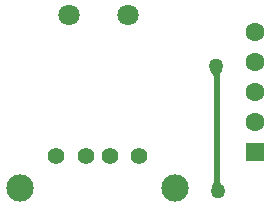
<source format=gbl>
G04*
G04 #@! TF.GenerationSoftware,Altium Limited,Altium Designer,22.1.2 (22)*
G04*
G04 Layer_Physical_Order=2*
G04 Layer_Color=16711680*
%FSLAX25Y25*%
%MOIN*%
G70*
G04*
G04 #@! TF.SameCoordinates,7045D635-A460-453C-9C4B-A6245008308B*
G04*
G04*
G04 #@! TF.FilePolarity,Positive*
G04*
G01*
G75*
%ADD10C,0.02000*%
%ADD17C,0.07100*%
%ADD23C,0.06299*%
%ADD24C,0.05600*%
%ADD25R,0.06299X0.06299*%
%ADD26C,0.09100*%
%ADD27C,0.05000*%
G36*
X83250Y20885D02*
X83258Y20635D01*
X83283Y20397D01*
X83323Y20172D01*
X83380Y19960D01*
X83453Y19760D01*
X83543Y19573D01*
X83648Y19399D01*
X83770Y19237D01*
X83908Y19088D01*
X84063Y18951D01*
X80580Y18601D01*
X80708Y18767D01*
X80821Y18941D01*
X80922Y19124D01*
X81009Y19317D01*
X81083Y19519D01*
X81143Y19730D01*
X81190Y19950D01*
X81223Y20179D01*
X81243Y20417D01*
X81250Y20665D01*
X83250Y20885D01*
D02*
G37*
G36*
X81250Y54615D02*
X81242Y54865D01*
X81217Y55103D01*
X81177Y55328D01*
X81120Y55540D01*
X81047Y55740D01*
X80957Y55927D01*
X80852Y56101D01*
X80730Y56263D01*
X80592Y56412D01*
X80437Y56549D01*
X83920Y56899D01*
X83793Y56733D01*
X83679Y56559D01*
X83578Y56376D01*
X83491Y56183D01*
X83417Y55981D01*
X83357Y55770D01*
X83310Y55550D01*
X83277Y55321D01*
X83257Y55082D01*
X83250Y54835D01*
X81250Y54615D01*
D02*
G37*
D10*
X82000Y58500D02*
X82250Y58250D01*
Y17250D02*
Y58250D01*
Y17250D02*
X82500Y17000D01*
Y17672D01*
X82000Y57688D02*
Y58500D01*
D17*
X52685Y75500D02*
D03*
X33000D02*
D03*
D23*
X95000Y70000D02*
D03*
Y60000D02*
D03*
Y40000D02*
D03*
Y50000D02*
D03*
D24*
X56343Y28500D02*
D03*
X46500D02*
D03*
X38626D02*
D03*
X28784D02*
D03*
D25*
X95000Y30000D02*
D03*
D26*
X68429Y17831D02*
D03*
X16697D02*
D03*
D27*
X82500Y17000D02*
D03*
X82000Y58500D02*
D03*
M02*

</source>
